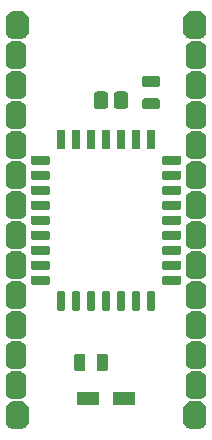
<source format=gts>
G04 #@! TF.GenerationSoftware,KiCad,Pcbnew,(5.1.5-0-10_14)*
G04 #@! TF.CreationDate,2021-04-02T23:53:53-04:00*
G04 #@! TF.ProjectId,GW28R8128,47573238-5238-4313-9238-2e6b69636164,rev?*
G04 #@! TF.SameCoordinates,Original*
G04 #@! TF.FileFunction,Soldermask,Top*
G04 #@! TF.FilePolarity,Negative*
%FSLAX46Y46*%
G04 Gerber Fmt 4.6, Leading zero omitted, Abs format (unit mm)*
G04 Created by KiCad (PCBNEW (5.1.5-0-10_14)) date 2021-04-02 23:53:53*
%MOMM*%
%LPD*%
G04 APERTURE LIST*
%ADD10C,0.100000*%
G04 APERTURE END LIST*
D10*
G36*
X56222404Y-52184695D02*
G01*
X56347257Y-52222568D01*
X56462316Y-52284068D01*
X56563166Y-52366834D01*
X56645932Y-52467684D01*
X56707432Y-52582743D01*
X56745305Y-52707596D01*
X56758400Y-52840547D01*
X56758400Y-53839453D01*
X56745305Y-53972404D01*
X56707432Y-54097257D01*
X56645932Y-54212316D01*
X56563166Y-54313166D01*
X56462316Y-54395932D01*
X56347257Y-54457432D01*
X56222404Y-54495305D01*
X56089453Y-54508400D01*
X55470547Y-54508400D01*
X55337596Y-54495305D01*
X55212743Y-54457432D01*
X55097684Y-54395932D01*
X54996834Y-54313166D01*
X54914068Y-54212316D01*
X54852568Y-54097257D01*
X54814695Y-53972404D01*
X54801600Y-53839453D01*
X54801600Y-52840547D01*
X54814695Y-52707596D01*
X54852568Y-52582743D01*
X54914068Y-52467684D01*
X54996834Y-52366834D01*
X55097684Y-52284068D01*
X55212743Y-52222568D01*
X55337596Y-52184695D01*
X55470547Y-52171600D01*
X56089453Y-52171600D01*
X56222404Y-52184695D01*
G37*
G36*
X41182404Y-52184695D02*
G01*
X41307257Y-52222568D01*
X41422316Y-52284068D01*
X41523166Y-52366834D01*
X41605932Y-52467684D01*
X41667432Y-52582743D01*
X41705305Y-52707596D01*
X41718400Y-52840547D01*
X41718400Y-53839453D01*
X41705305Y-53972404D01*
X41667432Y-54097257D01*
X41605932Y-54212316D01*
X41523166Y-54313166D01*
X41422316Y-54395932D01*
X41307257Y-54457432D01*
X41182404Y-54495305D01*
X41049453Y-54508400D01*
X40430547Y-54508400D01*
X40297596Y-54495305D01*
X40172743Y-54457432D01*
X40057684Y-54395932D01*
X39956834Y-54313166D01*
X39874068Y-54212316D01*
X39812568Y-54097257D01*
X39774695Y-53972404D01*
X39761600Y-53839453D01*
X39761600Y-52840547D01*
X39774695Y-52707596D01*
X39812568Y-52582743D01*
X39874068Y-52467684D01*
X39956834Y-52366834D01*
X40057684Y-52284068D01*
X40172743Y-52222568D01*
X40297596Y-52184695D01*
X40430547Y-52171600D01*
X41049453Y-52171600D01*
X41182404Y-52184695D01*
G37*
G36*
X47662200Y-52469200D02*
G01*
X45809800Y-52469200D01*
X45809800Y-51416800D01*
X47662200Y-51416800D01*
X47662200Y-52469200D01*
G37*
G36*
X50710200Y-52469200D02*
G01*
X48857800Y-52469200D01*
X48857800Y-51416800D01*
X50710200Y-51416800D01*
X50710200Y-52469200D01*
G37*
G36*
X41038748Y-49643350D02*
G01*
X41150469Y-49677239D01*
X41253427Y-49732271D01*
X41343669Y-49806331D01*
X41417729Y-49896573D01*
X41472761Y-49999531D01*
X41506650Y-50111252D01*
X41518400Y-50230547D01*
X41518400Y-51369453D01*
X41506650Y-51488748D01*
X41472761Y-51600469D01*
X41417729Y-51703427D01*
X41343669Y-51793669D01*
X41253427Y-51867729D01*
X41150469Y-51922761D01*
X41038748Y-51956650D01*
X40919453Y-51968400D01*
X40360547Y-51968400D01*
X40241252Y-51956650D01*
X40129531Y-51922761D01*
X40026573Y-51867729D01*
X39936331Y-51793669D01*
X39862271Y-51703427D01*
X39807239Y-51600469D01*
X39773350Y-51488748D01*
X39761600Y-51369453D01*
X39761600Y-50230547D01*
X39773350Y-50111252D01*
X39807239Y-49999531D01*
X39862271Y-49896573D01*
X39936331Y-49806331D01*
X40026573Y-49732271D01*
X40129531Y-49677239D01*
X40241252Y-49643350D01*
X40360547Y-49631600D01*
X40919453Y-49631600D01*
X41038748Y-49643350D01*
G37*
G36*
X56278748Y-49643350D02*
G01*
X56390469Y-49677239D01*
X56493427Y-49732271D01*
X56583669Y-49806331D01*
X56657729Y-49896573D01*
X56712761Y-49999531D01*
X56746650Y-50111252D01*
X56758400Y-50230547D01*
X56758400Y-51369453D01*
X56746650Y-51488748D01*
X56712761Y-51600469D01*
X56657729Y-51703427D01*
X56583669Y-51793669D01*
X56493427Y-51867729D01*
X56390469Y-51922761D01*
X56278748Y-51956650D01*
X56159453Y-51968400D01*
X55600547Y-51968400D01*
X55481252Y-51956650D01*
X55369531Y-51922761D01*
X55266573Y-51867729D01*
X55176331Y-51793669D01*
X55102271Y-51703427D01*
X55047239Y-51600469D01*
X55013350Y-51488748D01*
X55001600Y-51369453D01*
X55001600Y-50230547D01*
X55013350Y-50111252D01*
X55047239Y-49999531D01*
X55102271Y-49896573D01*
X55176331Y-49806331D01*
X55266573Y-49732271D01*
X55369531Y-49677239D01*
X55481252Y-49643350D01*
X55600547Y-49631600D01*
X56159453Y-49631600D01*
X56278748Y-49643350D01*
G37*
G36*
X46349329Y-48149255D02*
G01*
X46387868Y-48160945D01*
X46423388Y-48179931D01*
X46454520Y-48205480D01*
X46480069Y-48236612D01*
X46499055Y-48272132D01*
X46510745Y-48310671D01*
X46515000Y-48353868D01*
X46515000Y-49436132D01*
X46510745Y-49479329D01*
X46499055Y-49517868D01*
X46480069Y-49553388D01*
X46454520Y-49584520D01*
X46423388Y-49610069D01*
X46387868Y-49629055D01*
X46349329Y-49640745D01*
X46306132Y-49645000D01*
X45773868Y-49645000D01*
X45730671Y-49640745D01*
X45692132Y-49629055D01*
X45656612Y-49610069D01*
X45625480Y-49584520D01*
X45599931Y-49553388D01*
X45580945Y-49517868D01*
X45569255Y-49479329D01*
X45565000Y-49436132D01*
X45565000Y-48353868D01*
X45569255Y-48310671D01*
X45580945Y-48272132D01*
X45599931Y-48236612D01*
X45625480Y-48205480D01*
X45656612Y-48179931D01*
X45692132Y-48160945D01*
X45730671Y-48149255D01*
X45773868Y-48145000D01*
X46306132Y-48145000D01*
X46349329Y-48149255D01*
G37*
G36*
X48249329Y-48149255D02*
G01*
X48287868Y-48160945D01*
X48323388Y-48179931D01*
X48354520Y-48205480D01*
X48380069Y-48236612D01*
X48399055Y-48272132D01*
X48410745Y-48310671D01*
X48415000Y-48353868D01*
X48415000Y-49436132D01*
X48410745Y-49479329D01*
X48399055Y-49517868D01*
X48380069Y-49553388D01*
X48354520Y-49584520D01*
X48323388Y-49610069D01*
X48287868Y-49629055D01*
X48249329Y-49640745D01*
X48206132Y-49645000D01*
X47673868Y-49645000D01*
X47630671Y-49640745D01*
X47592132Y-49629055D01*
X47556612Y-49610069D01*
X47525480Y-49584520D01*
X47499931Y-49553388D01*
X47480945Y-49517868D01*
X47469255Y-49479329D01*
X47465000Y-49436132D01*
X47465000Y-48353868D01*
X47469255Y-48310671D01*
X47480945Y-48272132D01*
X47499931Y-48236612D01*
X47525480Y-48205480D01*
X47556612Y-48179931D01*
X47592132Y-48160945D01*
X47630671Y-48149255D01*
X47673868Y-48145000D01*
X48206132Y-48145000D01*
X48249329Y-48149255D01*
G37*
G36*
X56278748Y-47103350D02*
G01*
X56390469Y-47137239D01*
X56493427Y-47192271D01*
X56583669Y-47266331D01*
X56657729Y-47356573D01*
X56712761Y-47459531D01*
X56746650Y-47571252D01*
X56758400Y-47690547D01*
X56758400Y-48829453D01*
X56746650Y-48948748D01*
X56712761Y-49060469D01*
X56657729Y-49163427D01*
X56583669Y-49253669D01*
X56493427Y-49327729D01*
X56390469Y-49382761D01*
X56278748Y-49416650D01*
X56159453Y-49428400D01*
X55600547Y-49428400D01*
X55481252Y-49416650D01*
X55369531Y-49382761D01*
X55266573Y-49327729D01*
X55176331Y-49253669D01*
X55102271Y-49163427D01*
X55047239Y-49060469D01*
X55013350Y-48948748D01*
X55001600Y-48829453D01*
X55001600Y-47690547D01*
X55013350Y-47571252D01*
X55047239Y-47459531D01*
X55102271Y-47356573D01*
X55176331Y-47266331D01*
X55266573Y-47192271D01*
X55369531Y-47137239D01*
X55481252Y-47103350D01*
X55600547Y-47091600D01*
X56159453Y-47091600D01*
X56278748Y-47103350D01*
G37*
G36*
X41038748Y-47103350D02*
G01*
X41150469Y-47137239D01*
X41253427Y-47192271D01*
X41343669Y-47266331D01*
X41417729Y-47356573D01*
X41472761Y-47459531D01*
X41506650Y-47571252D01*
X41518400Y-47690547D01*
X41518400Y-48829453D01*
X41506650Y-48948748D01*
X41472761Y-49060469D01*
X41417729Y-49163427D01*
X41343669Y-49253669D01*
X41253427Y-49327729D01*
X41150469Y-49382761D01*
X41038748Y-49416650D01*
X40919453Y-49428400D01*
X40360547Y-49428400D01*
X40241252Y-49416650D01*
X40129531Y-49382761D01*
X40026573Y-49327729D01*
X39936331Y-49253669D01*
X39862271Y-49163427D01*
X39807239Y-49060469D01*
X39773350Y-48948748D01*
X39761600Y-48829453D01*
X39761600Y-47690547D01*
X39773350Y-47571252D01*
X39807239Y-47459531D01*
X39862271Y-47356573D01*
X39936331Y-47266331D01*
X40026573Y-47192271D01*
X40129531Y-47137239D01*
X40241252Y-47103350D01*
X40360547Y-47091600D01*
X40919453Y-47091600D01*
X41038748Y-47103350D01*
G37*
G36*
X56278748Y-44563350D02*
G01*
X56390469Y-44597239D01*
X56493427Y-44652271D01*
X56583669Y-44726331D01*
X56657729Y-44816573D01*
X56712761Y-44919531D01*
X56746650Y-45031252D01*
X56758400Y-45150547D01*
X56758400Y-46289453D01*
X56746650Y-46408748D01*
X56712761Y-46520469D01*
X56657729Y-46623427D01*
X56583669Y-46713669D01*
X56493427Y-46787729D01*
X56390469Y-46842761D01*
X56278748Y-46876650D01*
X56159453Y-46888400D01*
X55600547Y-46888400D01*
X55481252Y-46876650D01*
X55369531Y-46842761D01*
X55266573Y-46787729D01*
X55176331Y-46713669D01*
X55102271Y-46623427D01*
X55047239Y-46520469D01*
X55013350Y-46408748D01*
X55001600Y-46289453D01*
X55001600Y-45150547D01*
X55013350Y-45031252D01*
X55047239Y-44919531D01*
X55102271Y-44816573D01*
X55176331Y-44726331D01*
X55266573Y-44652271D01*
X55369531Y-44597239D01*
X55481252Y-44563350D01*
X55600547Y-44551600D01*
X56159453Y-44551600D01*
X56278748Y-44563350D01*
G37*
G36*
X41038748Y-44563350D02*
G01*
X41150469Y-44597239D01*
X41253427Y-44652271D01*
X41343669Y-44726331D01*
X41417729Y-44816573D01*
X41472761Y-44919531D01*
X41506650Y-45031252D01*
X41518400Y-45150547D01*
X41518400Y-46289453D01*
X41506650Y-46408748D01*
X41472761Y-46520469D01*
X41417729Y-46623427D01*
X41343669Y-46713669D01*
X41253427Y-46787729D01*
X41150469Y-46842761D01*
X41038748Y-46876650D01*
X40919453Y-46888400D01*
X40360547Y-46888400D01*
X40241252Y-46876650D01*
X40129531Y-46842761D01*
X40026573Y-46787729D01*
X39936331Y-46713669D01*
X39862271Y-46623427D01*
X39807239Y-46520469D01*
X39773350Y-46408748D01*
X39761600Y-46289453D01*
X39761600Y-45150547D01*
X39773350Y-45031252D01*
X39807239Y-44919531D01*
X39862271Y-44816573D01*
X39936331Y-44726331D01*
X40026573Y-44652271D01*
X40129531Y-44597239D01*
X40241252Y-44563350D01*
X40360547Y-44551600D01*
X40919453Y-44551600D01*
X41038748Y-44563350D01*
G37*
G36*
X48510290Y-42857105D02*
G01*
X48539568Y-42865986D01*
X48566545Y-42880406D01*
X48590190Y-42899810D01*
X48609594Y-42923455D01*
X48624014Y-42950432D01*
X48632895Y-42979710D01*
X48636200Y-43013267D01*
X48636200Y-44321733D01*
X48632895Y-44355290D01*
X48624014Y-44384568D01*
X48609594Y-44411545D01*
X48590190Y-44435190D01*
X48566545Y-44454594D01*
X48539568Y-44469014D01*
X48510290Y-44477895D01*
X48476733Y-44481200D01*
X48043267Y-44481200D01*
X48009710Y-44477895D01*
X47980432Y-44469014D01*
X47953455Y-44454594D01*
X47929810Y-44435190D01*
X47910406Y-44411545D01*
X47895986Y-44384568D01*
X47887105Y-44355290D01*
X47883800Y-44321733D01*
X47883800Y-43013267D01*
X47887105Y-42979710D01*
X47895986Y-42950432D01*
X47910406Y-42923455D01*
X47929810Y-42899810D01*
X47953455Y-42880406D01*
X47980432Y-42865986D01*
X48009710Y-42857105D01*
X48043267Y-42853800D01*
X48476733Y-42853800D01*
X48510290Y-42857105D01*
G37*
G36*
X52320290Y-42857105D02*
G01*
X52349568Y-42865986D01*
X52376545Y-42880406D01*
X52400190Y-42899810D01*
X52419594Y-42923455D01*
X52434014Y-42950432D01*
X52442895Y-42979710D01*
X52446200Y-43013267D01*
X52446200Y-44321733D01*
X52442895Y-44355290D01*
X52434014Y-44384568D01*
X52419594Y-44411545D01*
X52400190Y-44435190D01*
X52376545Y-44454594D01*
X52349568Y-44469014D01*
X52320290Y-44477895D01*
X52286733Y-44481200D01*
X51853267Y-44481200D01*
X51819710Y-44477895D01*
X51790432Y-44469014D01*
X51763455Y-44454594D01*
X51739810Y-44435190D01*
X51720406Y-44411545D01*
X51705986Y-44384568D01*
X51697105Y-44355290D01*
X51693800Y-44321733D01*
X51693800Y-43013267D01*
X51697105Y-42979710D01*
X51705986Y-42950432D01*
X51720406Y-42923455D01*
X51739810Y-42899810D01*
X51763455Y-42880406D01*
X51790432Y-42865986D01*
X51819710Y-42857105D01*
X51853267Y-42853800D01*
X52286733Y-42853800D01*
X52320290Y-42857105D01*
G37*
G36*
X44700290Y-42857105D02*
G01*
X44729568Y-42865986D01*
X44756545Y-42880406D01*
X44780190Y-42899810D01*
X44799594Y-42923455D01*
X44814014Y-42950432D01*
X44822895Y-42979710D01*
X44826200Y-43013267D01*
X44826200Y-44321733D01*
X44822895Y-44355290D01*
X44814014Y-44384568D01*
X44799594Y-44411545D01*
X44780190Y-44435190D01*
X44756545Y-44454594D01*
X44729568Y-44469014D01*
X44700290Y-44477895D01*
X44666733Y-44481200D01*
X44233267Y-44481200D01*
X44199710Y-44477895D01*
X44170432Y-44469014D01*
X44143455Y-44454594D01*
X44119810Y-44435190D01*
X44100406Y-44411545D01*
X44085986Y-44384568D01*
X44077105Y-44355290D01*
X44073800Y-44321733D01*
X44073800Y-43013267D01*
X44077105Y-42979710D01*
X44085986Y-42950432D01*
X44100406Y-42923455D01*
X44119810Y-42899810D01*
X44143455Y-42880406D01*
X44170432Y-42865986D01*
X44199710Y-42857105D01*
X44233267Y-42853800D01*
X44666733Y-42853800D01*
X44700290Y-42857105D01*
G37*
G36*
X49780290Y-42857105D02*
G01*
X49809568Y-42865986D01*
X49836545Y-42880406D01*
X49860190Y-42899810D01*
X49879594Y-42923455D01*
X49894014Y-42950432D01*
X49902895Y-42979710D01*
X49906200Y-43013267D01*
X49906200Y-44321733D01*
X49902895Y-44355290D01*
X49894014Y-44384568D01*
X49879594Y-44411545D01*
X49860190Y-44435190D01*
X49836545Y-44454594D01*
X49809568Y-44469014D01*
X49780290Y-44477895D01*
X49746733Y-44481200D01*
X49313267Y-44481200D01*
X49279710Y-44477895D01*
X49250432Y-44469014D01*
X49223455Y-44454594D01*
X49199810Y-44435190D01*
X49180406Y-44411545D01*
X49165986Y-44384568D01*
X49157105Y-44355290D01*
X49153800Y-44321733D01*
X49153800Y-43013267D01*
X49157105Y-42979710D01*
X49165986Y-42950432D01*
X49180406Y-42923455D01*
X49199810Y-42899810D01*
X49223455Y-42880406D01*
X49250432Y-42865986D01*
X49279710Y-42857105D01*
X49313267Y-42853800D01*
X49746733Y-42853800D01*
X49780290Y-42857105D01*
G37*
G36*
X51050290Y-42857105D02*
G01*
X51079568Y-42865986D01*
X51106545Y-42880406D01*
X51130190Y-42899810D01*
X51149594Y-42923455D01*
X51164014Y-42950432D01*
X51172895Y-42979710D01*
X51176200Y-43013267D01*
X51176200Y-44321733D01*
X51172895Y-44355290D01*
X51164014Y-44384568D01*
X51149594Y-44411545D01*
X51130190Y-44435190D01*
X51106545Y-44454594D01*
X51079568Y-44469014D01*
X51050290Y-44477895D01*
X51016733Y-44481200D01*
X50583267Y-44481200D01*
X50549710Y-44477895D01*
X50520432Y-44469014D01*
X50493455Y-44454594D01*
X50469810Y-44435190D01*
X50450406Y-44411545D01*
X50435986Y-44384568D01*
X50427105Y-44355290D01*
X50423800Y-44321733D01*
X50423800Y-43013267D01*
X50427105Y-42979710D01*
X50435986Y-42950432D01*
X50450406Y-42923455D01*
X50469810Y-42899810D01*
X50493455Y-42880406D01*
X50520432Y-42865986D01*
X50549710Y-42857105D01*
X50583267Y-42853800D01*
X51016733Y-42853800D01*
X51050290Y-42857105D01*
G37*
G36*
X45970290Y-42857105D02*
G01*
X45999568Y-42865986D01*
X46026545Y-42880406D01*
X46050190Y-42899810D01*
X46069594Y-42923455D01*
X46084014Y-42950432D01*
X46092895Y-42979710D01*
X46096200Y-43013267D01*
X46096200Y-44321733D01*
X46092895Y-44355290D01*
X46084014Y-44384568D01*
X46069594Y-44411545D01*
X46050190Y-44435190D01*
X46026545Y-44454594D01*
X45999568Y-44469014D01*
X45970290Y-44477895D01*
X45936733Y-44481200D01*
X45503267Y-44481200D01*
X45469710Y-44477895D01*
X45440432Y-44469014D01*
X45413455Y-44454594D01*
X45389810Y-44435190D01*
X45370406Y-44411545D01*
X45355986Y-44384568D01*
X45347105Y-44355290D01*
X45343800Y-44321733D01*
X45343800Y-43013267D01*
X45347105Y-42979710D01*
X45355986Y-42950432D01*
X45370406Y-42923455D01*
X45389810Y-42899810D01*
X45413455Y-42880406D01*
X45440432Y-42865986D01*
X45469710Y-42857105D01*
X45503267Y-42853800D01*
X45936733Y-42853800D01*
X45970290Y-42857105D01*
G37*
G36*
X47240290Y-42857105D02*
G01*
X47269568Y-42865986D01*
X47296545Y-42880406D01*
X47320190Y-42899810D01*
X47339594Y-42923455D01*
X47354014Y-42950432D01*
X47362895Y-42979710D01*
X47366200Y-43013267D01*
X47366200Y-44321733D01*
X47362895Y-44355290D01*
X47354014Y-44384568D01*
X47339594Y-44411545D01*
X47320190Y-44435190D01*
X47296545Y-44454594D01*
X47269568Y-44469014D01*
X47240290Y-44477895D01*
X47206733Y-44481200D01*
X46773267Y-44481200D01*
X46739710Y-44477895D01*
X46710432Y-44469014D01*
X46683455Y-44454594D01*
X46659810Y-44435190D01*
X46640406Y-44411545D01*
X46625986Y-44384568D01*
X46617105Y-44355290D01*
X46613800Y-44321733D01*
X46613800Y-43013267D01*
X46617105Y-42979710D01*
X46625986Y-42950432D01*
X46640406Y-42923455D01*
X46659810Y-42899810D01*
X46683455Y-42880406D01*
X46710432Y-42865986D01*
X46739710Y-42857105D01*
X46773267Y-42853800D01*
X47206733Y-42853800D01*
X47240290Y-42857105D01*
G37*
G36*
X41038748Y-42023350D02*
G01*
X41150469Y-42057239D01*
X41253427Y-42112271D01*
X41343669Y-42186331D01*
X41417729Y-42276573D01*
X41472761Y-42379531D01*
X41506650Y-42491252D01*
X41518400Y-42610547D01*
X41518400Y-43749453D01*
X41506650Y-43868748D01*
X41472761Y-43980469D01*
X41417729Y-44083427D01*
X41343669Y-44173669D01*
X41253427Y-44247729D01*
X41150469Y-44302761D01*
X41038748Y-44336650D01*
X40919453Y-44348400D01*
X40360547Y-44348400D01*
X40241252Y-44336650D01*
X40129531Y-44302761D01*
X40026573Y-44247729D01*
X39936331Y-44173669D01*
X39862271Y-44083427D01*
X39807239Y-43980469D01*
X39773350Y-43868748D01*
X39761600Y-43749453D01*
X39761600Y-42610547D01*
X39773350Y-42491252D01*
X39807239Y-42379531D01*
X39862271Y-42276573D01*
X39936331Y-42186331D01*
X40026573Y-42112271D01*
X40129531Y-42057239D01*
X40241252Y-42023350D01*
X40360547Y-42011600D01*
X40919453Y-42011600D01*
X41038748Y-42023350D01*
G37*
G36*
X56278748Y-42023350D02*
G01*
X56390469Y-42057239D01*
X56493427Y-42112271D01*
X56583669Y-42186331D01*
X56657729Y-42276573D01*
X56712761Y-42379531D01*
X56746650Y-42491252D01*
X56758400Y-42610547D01*
X56758400Y-43749453D01*
X56746650Y-43868748D01*
X56712761Y-43980469D01*
X56657729Y-44083427D01*
X56583669Y-44173669D01*
X56493427Y-44247729D01*
X56390469Y-44302761D01*
X56278748Y-44336650D01*
X56159453Y-44348400D01*
X55600547Y-44348400D01*
X55481252Y-44336650D01*
X55369531Y-44302761D01*
X55266573Y-44247729D01*
X55176331Y-44173669D01*
X55102271Y-44083427D01*
X55047239Y-43980469D01*
X55013350Y-43868748D01*
X55001600Y-43749453D01*
X55001600Y-42610547D01*
X55013350Y-42491252D01*
X55047239Y-42379531D01*
X55102271Y-42276573D01*
X55176331Y-42186331D01*
X55266573Y-42112271D01*
X55369531Y-42057239D01*
X55481252Y-42023350D01*
X55600547Y-42011600D01*
X56159453Y-42011600D01*
X56278748Y-42023350D01*
G37*
G36*
X43385290Y-41537105D02*
G01*
X43414568Y-41545986D01*
X43441545Y-41560406D01*
X43465190Y-41579810D01*
X43484594Y-41603455D01*
X43499014Y-41630432D01*
X43507895Y-41659710D01*
X43511200Y-41693267D01*
X43511200Y-42126733D01*
X43507895Y-42160290D01*
X43499014Y-42189568D01*
X43484594Y-42216545D01*
X43465190Y-42240190D01*
X43441545Y-42259594D01*
X43414568Y-42274014D01*
X43385290Y-42282895D01*
X43351733Y-42286200D01*
X42043267Y-42286200D01*
X42009710Y-42282895D01*
X41980432Y-42274014D01*
X41953455Y-42259594D01*
X41929810Y-42240190D01*
X41910406Y-42216545D01*
X41895986Y-42189568D01*
X41887105Y-42160290D01*
X41883800Y-42126733D01*
X41883800Y-41693267D01*
X41887105Y-41659710D01*
X41895986Y-41630432D01*
X41910406Y-41603455D01*
X41929810Y-41579810D01*
X41953455Y-41560406D01*
X41980432Y-41545986D01*
X42009710Y-41537105D01*
X42043267Y-41533800D01*
X43351733Y-41533800D01*
X43385290Y-41537105D01*
G37*
G36*
X54510290Y-41537105D02*
G01*
X54539568Y-41545986D01*
X54566545Y-41560406D01*
X54590190Y-41579810D01*
X54609594Y-41603455D01*
X54624014Y-41630432D01*
X54632895Y-41659710D01*
X54636200Y-41693267D01*
X54636200Y-42126733D01*
X54632895Y-42160290D01*
X54624014Y-42189568D01*
X54609594Y-42216545D01*
X54590190Y-42240190D01*
X54566545Y-42259594D01*
X54539568Y-42274014D01*
X54510290Y-42282895D01*
X54476733Y-42286200D01*
X53168267Y-42286200D01*
X53134710Y-42282895D01*
X53105432Y-42274014D01*
X53078455Y-42259594D01*
X53054810Y-42240190D01*
X53035406Y-42216545D01*
X53020986Y-42189568D01*
X53012105Y-42160290D01*
X53008800Y-42126733D01*
X53008800Y-41693267D01*
X53012105Y-41659710D01*
X53020986Y-41630432D01*
X53035406Y-41603455D01*
X53054810Y-41579810D01*
X53078455Y-41560406D01*
X53105432Y-41545986D01*
X53134710Y-41537105D01*
X53168267Y-41533800D01*
X54476733Y-41533800D01*
X54510290Y-41537105D01*
G37*
G36*
X41038748Y-39483350D02*
G01*
X41150469Y-39517239D01*
X41253427Y-39572271D01*
X41343669Y-39646331D01*
X41417729Y-39736573D01*
X41472761Y-39839531D01*
X41506650Y-39951252D01*
X41518400Y-40070547D01*
X41518400Y-41209453D01*
X41506650Y-41328748D01*
X41472761Y-41440469D01*
X41417729Y-41543427D01*
X41343669Y-41633669D01*
X41253427Y-41707729D01*
X41150469Y-41762761D01*
X41038748Y-41796650D01*
X40919453Y-41808400D01*
X40360547Y-41808400D01*
X40241252Y-41796650D01*
X40129531Y-41762761D01*
X40026573Y-41707729D01*
X39936331Y-41633669D01*
X39862271Y-41543427D01*
X39807239Y-41440469D01*
X39773350Y-41328748D01*
X39761600Y-41209453D01*
X39761600Y-40070547D01*
X39773350Y-39951252D01*
X39807239Y-39839531D01*
X39862271Y-39736573D01*
X39936331Y-39646331D01*
X40026573Y-39572271D01*
X40129531Y-39517239D01*
X40241252Y-39483350D01*
X40360547Y-39471600D01*
X40919453Y-39471600D01*
X41038748Y-39483350D01*
G37*
G36*
X56278748Y-39483350D02*
G01*
X56390469Y-39517239D01*
X56493427Y-39572271D01*
X56583669Y-39646331D01*
X56657729Y-39736573D01*
X56712761Y-39839531D01*
X56746650Y-39951252D01*
X56758400Y-40070547D01*
X56758400Y-41209453D01*
X56746650Y-41328748D01*
X56712761Y-41440469D01*
X56657729Y-41543427D01*
X56583669Y-41633669D01*
X56493427Y-41707729D01*
X56390469Y-41762761D01*
X56278748Y-41796650D01*
X56159453Y-41808400D01*
X55600547Y-41808400D01*
X55481252Y-41796650D01*
X55369531Y-41762761D01*
X55266573Y-41707729D01*
X55176331Y-41633669D01*
X55102271Y-41543427D01*
X55047239Y-41440469D01*
X55013350Y-41328748D01*
X55001600Y-41209453D01*
X55001600Y-40070547D01*
X55013350Y-39951252D01*
X55047239Y-39839531D01*
X55102271Y-39736573D01*
X55176331Y-39646331D01*
X55266573Y-39572271D01*
X55369531Y-39517239D01*
X55481252Y-39483350D01*
X55600547Y-39471600D01*
X56159453Y-39471600D01*
X56278748Y-39483350D01*
G37*
G36*
X54510290Y-40267105D02*
G01*
X54539568Y-40275986D01*
X54566545Y-40290406D01*
X54590190Y-40309810D01*
X54609594Y-40333455D01*
X54624014Y-40360432D01*
X54632895Y-40389710D01*
X54636200Y-40423267D01*
X54636200Y-40856733D01*
X54632895Y-40890290D01*
X54624014Y-40919568D01*
X54609594Y-40946545D01*
X54590190Y-40970190D01*
X54566545Y-40989594D01*
X54539568Y-41004014D01*
X54510290Y-41012895D01*
X54476733Y-41016200D01*
X53168267Y-41016200D01*
X53134710Y-41012895D01*
X53105432Y-41004014D01*
X53078455Y-40989594D01*
X53054810Y-40970190D01*
X53035406Y-40946545D01*
X53020986Y-40919568D01*
X53012105Y-40890290D01*
X53008800Y-40856733D01*
X53008800Y-40423267D01*
X53012105Y-40389710D01*
X53020986Y-40360432D01*
X53035406Y-40333455D01*
X53054810Y-40309810D01*
X53078455Y-40290406D01*
X53105432Y-40275986D01*
X53134710Y-40267105D01*
X53168267Y-40263800D01*
X54476733Y-40263800D01*
X54510290Y-40267105D01*
G37*
G36*
X43385290Y-40267105D02*
G01*
X43414568Y-40275986D01*
X43441545Y-40290406D01*
X43465190Y-40309810D01*
X43484594Y-40333455D01*
X43499014Y-40360432D01*
X43507895Y-40389710D01*
X43511200Y-40423267D01*
X43511200Y-40856733D01*
X43507895Y-40890290D01*
X43499014Y-40919568D01*
X43484594Y-40946545D01*
X43465190Y-40970190D01*
X43441545Y-40989594D01*
X43414568Y-41004014D01*
X43385290Y-41012895D01*
X43351733Y-41016200D01*
X42043267Y-41016200D01*
X42009710Y-41012895D01*
X41980432Y-41004014D01*
X41953455Y-40989594D01*
X41929810Y-40970190D01*
X41910406Y-40946545D01*
X41895986Y-40919568D01*
X41887105Y-40890290D01*
X41883800Y-40856733D01*
X41883800Y-40423267D01*
X41887105Y-40389710D01*
X41895986Y-40360432D01*
X41910406Y-40333455D01*
X41929810Y-40309810D01*
X41953455Y-40290406D01*
X41980432Y-40275986D01*
X42009710Y-40267105D01*
X42043267Y-40263800D01*
X43351733Y-40263800D01*
X43385290Y-40267105D01*
G37*
G36*
X54510290Y-38997105D02*
G01*
X54539568Y-39005986D01*
X54566545Y-39020406D01*
X54590190Y-39039810D01*
X54609594Y-39063455D01*
X54624014Y-39090432D01*
X54632895Y-39119710D01*
X54636200Y-39153267D01*
X54636200Y-39586733D01*
X54632895Y-39620290D01*
X54624014Y-39649568D01*
X54609594Y-39676545D01*
X54590190Y-39700190D01*
X54566545Y-39719594D01*
X54539568Y-39734014D01*
X54510290Y-39742895D01*
X54476733Y-39746200D01*
X53168267Y-39746200D01*
X53134710Y-39742895D01*
X53105432Y-39734014D01*
X53078455Y-39719594D01*
X53054810Y-39700190D01*
X53035406Y-39676545D01*
X53020986Y-39649568D01*
X53012105Y-39620290D01*
X53008800Y-39586733D01*
X53008800Y-39153267D01*
X53012105Y-39119710D01*
X53020986Y-39090432D01*
X53035406Y-39063455D01*
X53054810Y-39039810D01*
X53078455Y-39020406D01*
X53105432Y-39005986D01*
X53134710Y-38997105D01*
X53168267Y-38993800D01*
X54476733Y-38993800D01*
X54510290Y-38997105D01*
G37*
G36*
X43385290Y-38997105D02*
G01*
X43414568Y-39005986D01*
X43441545Y-39020406D01*
X43465190Y-39039810D01*
X43484594Y-39063455D01*
X43499014Y-39090432D01*
X43507895Y-39119710D01*
X43511200Y-39153267D01*
X43511200Y-39586733D01*
X43507895Y-39620290D01*
X43499014Y-39649568D01*
X43484594Y-39676545D01*
X43465190Y-39700190D01*
X43441545Y-39719594D01*
X43414568Y-39734014D01*
X43385290Y-39742895D01*
X43351733Y-39746200D01*
X42043267Y-39746200D01*
X42009710Y-39742895D01*
X41980432Y-39734014D01*
X41953455Y-39719594D01*
X41929810Y-39700190D01*
X41910406Y-39676545D01*
X41895986Y-39649568D01*
X41887105Y-39620290D01*
X41883800Y-39586733D01*
X41883800Y-39153267D01*
X41887105Y-39119710D01*
X41895986Y-39090432D01*
X41910406Y-39063455D01*
X41929810Y-39039810D01*
X41953455Y-39020406D01*
X41980432Y-39005986D01*
X42009710Y-38997105D01*
X42043267Y-38993800D01*
X43351733Y-38993800D01*
X43385290Y-38997105D01*
G37*
G36*
X56278748Y-36943350D02*
G01*
X56390469Y-36977239D01*
X56493427Y-37032271D01*
X56583669Y-37106331D01*
X56657729Y-37196573D01*
X56712761Y-37299531D01*
X56746650Y-37411252D01*
X56758400Y-37530547D01*
X56758400Y-38669453D01*
X56746650Y-38788748D01*
X56712761Y-38900469D01*
X56657729Y-39003427D01*
X56583669Y-39093669D01*
X56493427Y-39167729D01*
X56390469Y-39222761D01*
X56278748Y-39256650D01*
X56159453Y-39268400D01*
X55600547Y-39268400D01*
X55481252Y-39256650D01*
X55369531Y-39222761D01*
X55266573Y-39167729D01*
X55176331Y-39093669D01*
X55102271Y-39003427D01*
X55047239Y-38900469D01*
X55013350Y-38788748D01*
X55001600Y-38669453D01*
X55001600Y-37530547D01*
X55013350Y-37411252D01*
X55047239Y-37299531D01*
X55102271Y-37196573D01*
X55176331Y-37106331D01*
X55266573Y-37032271D01*
X55369531Y-36977239D01*
X55481252Y-36943350D01*
X55600547Y-36931600D01*
X56159453Y-36931600D01*
X56278748Y-36943350D01*
G37*
G36*
X41038748Y-36943350D02*
G01*
X41150469Y-36977239D01*
X41253427Y-37032271D01*
X41343669Y-37106331D01*
X41417729Y-37196573D01*
X41472761Y-37299531D01*
X41506650Y-37411252D01*
X41518400Y-37530547D01*
X41518400Y-38669453D01*
X41506650Y-38788748D01*
X41472761Y-38900469D01*
X41417729Y-39003427D01*
X41343669Y-39093669D01*
X41253427Y-39167729D01*
X41150469Y-39222761D01*
X41038748Y-39256650D01*
X40919453Y-39268400D01*
X40360547Y-39268400D01*
X40241252Y-39256650D01*
X40129531Y-39222761D01*
X40026573Y-39167729D01*
X39936331Y-39093669D01*
X39862271Y-39003427D01*
X39807239Y-38900469D01*
X39773350Y-38788748D01*
X39761600Y-38669453D01*
X39761600Y-37530547D01*
X39773350Y-37411252D01*
X39807239Y-37299531D01*
X39862271Y-37196573D01*
X39936331Y-37106331D01*
X40026573Y-37032271D01*
X40129531Y-36977239D01*
X40241252Y-36943350D01*
X40360547Y-36931600D01*
X40919453Y-36931600D01*
X41038748Y-36943350D01*
G37*
G36*
X54510290Y-37727105D02*
G01*
X54539568Y-37735986D01*
X54566545Y-37750406D01*
X54590190Y-37769810D01*
X54609594Y-37793455D01*
X54624014Y-37820432D01*
X54632895Y-37849710D01*
X54636200Y-37883267D01*
X54636200Y-38316733D01*
X54632895Y-38350290D01*
X54624014Y-38379568D01*
X54609594Y-38406545D01*
X54590190Y-38430190D01*
X54566545Y-38449594D01*
X54539568Y-38464014D01*
X54510290Y-38472895D01*
X54476733Y-38476200D01*
X53168267Y-38476200D01*
X53134710Y-38472895D01*
X53105432Y-38464014D01*
X53078455Y-38449594D01*
X53054810Y-38430190D01*
X53035406Y-38406545D01*
X53020986Y-38379568D01*
X53012105Y-38350290D01*
X53008800Y-38316733D01*
X53008800Y-37883267D01*
X53012105Y-37849710D01*
X53020986Y-37820432D01*
X53035406Y-37793455D01*
X53054810Y-37769810D01*
X53078455Y-37750406D01*
X53105432Y-37735986D01*
X53134710Y-37727105D01*
X53168267Y-37723800D01*
X54476733Y-37723800D01*
X54510290Y-37727105D01*
G37*
G36*
X43385290Y-37727105D02*
G01*
X43414568Y-37735986D01*
X43441545Y-37750406D01*
X43465190Y-37769810D01*
X43484594Y-37793455D01*
X43499014Y-37820432D01*
X43507895Y-37849710D01*
X43511200Y-37883267D01*
X43511200Y-38316733D01*
X43507895Y-38350290D01*
X43499014Y-38379568D01*
X43484594Y-38406545D01*
X43465190Y-38430190D01*
X43441545Y-38449594D01*
X43414568Y-38464014D01*
X43385290Y-38472895D01*
X43351733Y-38476200D01*
X42043267Y-38476200D01*
X42009710Y-38472895D01*
X41980432Y-38464014D01*
X41953455Y-38449594D01*
X41929810Y-38430190D01*
X41910406Y-38406545D01*
X41895986Y-38379568D01*
X41887105Y-38350290D01*
X41883800Y-38316733D01*
X41883800Y-37883267D01*
X41887105Y-37849710D01*
X41895986Y-37820432D01*
X41910406Y-37793455D01*
X41929810Y-37769810D01*
X41953455Y-37750406D01*
X41980432Y-37735986D01*
X42009710Y-37727105D01*
X42043267Y-37723800D01*
X43351733Y-37723800D01*
X43385290Y-37727105D01*
G37*
G36*
X43385290Y-36457105D02*
G01*
X43414568Y-36465986D01*
X43441545Y-36480406D01*
X43465190Y-36499810D01*
X43484594Y-36523455D01*
X43499014Y-36550432D01*
X43507895Y-36579710D01*
X43511200Y-36613267D01*
X43511200Y-37046733D01*
X43507895Y-37080290D01*
X43499014Y-37109568D01*
X43484594Y-37136545D01*
X43465190Y-37160190D01*
X43441545Y-37179594D01*
X43414568Y-37194014D01*
X43385290Y-37202895D01*
X43351733Y-37206200D01*
X42043267Y-37206200D01*
X42009710Y-37202895D01*
X41980432Y-37194014D01*
X41953455Y-37179594D01*
X41929810Y-37160190D01*
X41910406Y-37136545D01*
X41895986Y-37109568D01*
X41887105Y-37080290D01*
X41883800Y-37046733D01*
X41883800Y-36613267D01*
X41887105Y-36579710D01*
X41895986Y-36550432D01*
X41910406Y-36523455D01*
X41929810Y-36499810D01*
X41953455Y-36480406D01*
X41980432Y-36465986D01*
X42009710Y-36457105D01*
X42043267Y-36453800D01*
X43351733Y-36453800D01*
X43385290Y-36457105D01*
G37*
G36*
X54510290Y-36457105D02*
G01*
X54539568Y-36465986D01*
X54566545Y-36480406D01*
X54590190Y-36499810D01*
X54609594Y-36523455D01*
X54624014Y-36550432D01*
X54632895Y-36579710D01*
X54636200Y-36613267D01*
X54636200Y-37046733D01*
X54632895Y-37080290D01*
X54624014Y-37109568D01*
X54609594Y-37136545D01*
X54590190Y-37160190D01*
X54566545Y-37179594D01*
X54539568Y-37194014D01*
X54510290Y-37202895D01*
X54476733Y-37206200D01*
X53168267Y-37206200D01*
X53134710Y-37202895D01*
X53105432Y-37194014D01*
X53078455Y-37179594D01*
X53054810Y-37160190D01*
X53035406Y-37136545D01*
X53020986Y-37109568D01*
X53012105Y-37080290D01*
X53008800Y-37046733D01*
X53008800Y-36613267D01*
X53012105Y-36579710D01*
X53020986Y-36550432D01*
X53035406Y-36523455D01*
X53054810Y-36499810D01*
X53078455Y-36480406D01*
X53105432Y-36465986D01*
X53134710Y-36457105D01*
X53168267Y-36453800D01*
X54476733Y-36453800D01*
X54510290Y-36457105D01*
G37*
G36*
X56278748Y-34403350D02*
G01*
X56390469Y-34437239D01*
X56493427Y-34492271D01*
X56583669Y-34566331D01*
X56657729Y-34656573D01*
X56712761Y-34759531D01*
X56746650Y-34871252D01*
X56758400Y-34990547D01*
X56758400Y-36129453D01*
X56746650Y-36248748D01*
X56712761Y-36360469D01*
X56657729Y-36463427D01*
X56583669Y-36553669D01*
X56493427Y-36627729D01*
X56390469Y-36682761D01*
X56278748Y-36716650D01*
X56159453Y-36728400D01*
X55600547Y-36728400D01*
X55481252Y-36716650D01*
X55369531Y-36682761D01*
X55266573Y-36627729D01*
X55176331Y-36553669D01*
X55102271Y-36463427D01*
X55047239Y-36360469D01*
X55013350Y-36248748D01*
X55001600Y-36129453D01*
X55001600Y-34990547D01*
X55013350Y-34871252D01*
X55047239Y-34759531D01*
X55102271Y-34656573D01*
X55176331Y-34566331D01*
X55266573Y-34492271D01*
X55369531Y-34437239D01*
X55481252Y-34403350D01*
X55600547Y-34391600D01*
X56159453Y-34391600D01*
X56278748Y-34403350D01*
G37*
G36*
X41038748Y-34403350D02*
G01*
X41150469Y-34437239D01*
X41253427Y-34492271D01*
X41343669Y-34566331D01*
X41417729Y-34656573D01*
X41472761Y-34759531D01*
X41506650Y-34871252D01*
X41518400Y-34990547D01*
X41518400Y-36129453D01*
X41506650Y-36248748D01*
X41472761Y-36360469D01*
X41417729Y-36463427D01*
X41343669Y-36553669D01*
X41253427Y-36627729D01*
X41150469Y-36682761D01*
X41038748Y-36716650D01*
X40919453Y-36728400D01*
X40360547Y-36728400D01*
X40241252Y-36716650D01*
X40129531Y-36682761D01*
X40026573Y-36627729D01*
X39936331Y-36553669D01*
X39862271Y-36463427D01*
X39807239Y-36360469D01*
X39773350Y-36248748D01*
X39761600Y-36129453D01*
X39761600Y-34990547D01*
X39773350Y-34871252D01*
X39807239Y-34759531D01*
X39862271Y-34656573D01*
X39936331Y-34566331D01*
X40026573Y-34492271D01*
X40129531Y-34437239D01*
X40241252Y-34403350D01*
X40360547Y-34391600D01*
X40919453Y-34391600D01*
X41038748Y-34403350D01*
G37*
G36*
X43385290Y-35187105D02*
G01*
X43414568Y-35195986D01*
X43441545Y-35210406D01*
X43465190Y-35229810D01*
X43484594Y-35253455D01*
X43499014Y-35280432D01*
X43507895Y-35309710D01*
X43511200Y-35343267D01*
X43511200Y-35776733D01*
X43507895Y-35810290D01*
X43499014Y-35839568D01*
X43484594Y-35866545D01*
X43465190Y-35890190D01*
X43441545Y-35909594D01*
X43414568Y-35924014D01*
X43385290Y-35932895D01*
X43351733Y-35936200D01*
X42043267Y-35936200D01*
X42009710Y-35932895D01*
X41980432Y-35924014D01*
X41953455Y-35909594D01*
X41929810Y-35890190D01*
X41910406Y-35866545D01*
X41895986Y-35839568D01*
X41887105Y-35810290D01*
X41883800Y-35776733D01*
X41883800Y-35343267D01*
X41887105Y-35309710D01*
X41895986Y-35280432D01*
X41910406Y-35253455D01*
X41929810Y-35229810D01*
X41953455Y-35210406D01*
X41980432Y-35195986D01*
X42009710Y-35187105D01*
X42043267Y-35183800D01*
X43351733Y-35183800D01*
X43385290Y-35187105D01*
G37*
G36*
X54510290Y-35187105D02*
G01*
X54539568Y-35195986D01*
X54566545Y-35210406D01*
X54590190Y-35229810D01*
X54609594Y-35253455D01*
X54624014Y-35280432D01*
X54632895Y-35309710D01*
X54636200Y-35343267D01*
X54636200Y-35776733D01*
X54632895Y-35810290D01*
X54624014Y-35839568D01*
X54609594Y-35866545D01*
X54590190Y-35890190D01*
X54566545Y-35909594D01*
X54539568Y-35924014D01*
X54510290Y-35932895D01*
X54476733Y-35936200D01*
X53168267Y-35936200D01*
X53134710Y-35932895D01*
X53105432Y-35924014D01*
X53078455Y-35909594D01*
X53054810Y-35890190D01*
X53035406Y-35866545D01*
X53020986Y-35839568D01*
X53012105Y-35810290D01*
X53008800Y-35776733D01*
X53008800Y-35343267D01*
X53012105Y-35309710D01*
X53020986Y-35280432D01*
X53035406Y-35253455D01*
X53054810Y-35229810D01*
X53078455Y-35210406D01*
X53105432Y-35195986D01*
X53134710Y-35187105D01*
X53168267Y-35183800D01*
X54476733Y-35183800D01*
X54510290Y-35187105D01*
G37*
G36*
X43385290Y-33917105D02*
G01*
X43414568Y-33925986D01*
X43441545Y-33940406D01*
X43465190Y-33959810D01*
X43484594Y-33983455D01*
X43499014Y-34010432D01*
X43507895Y-34039710D01*
X43511200Y-34073267D01*
X43511200Y-34506733D01*
X43507895Y-34540290D01*
X43499014Y-34569568D01*
X43484594Y-34596545D01*
X43465190Y-34620190D01*
X43441545Y-34639594D01*
X43414568Y-34654014D01*
X43385290Y-34662895D01*
X43351733Y-34666200D01*
X42043267Y-34666200D01*
X42009710Y-34662895D01*
X41980432Y-34654014D01*
X41953455Y-34639594D01*
X41929810Y-34620190D01*
X41910406Y-34596545D01*
X41895986Y-34569568D01*
X41887105Y-34540290D01*
X41883800Y-34506733D01*
X41883800Y-34073267D01*
X41887105Y-34039710D01*
X41895986Y-34010432D01*
X41910406Y-33983455D01*
X41929810Y-33959810D01*
X41953455Y-33940406D01*
X41980432Y-33925986D01*
X42009710Y-33917105D01*
X42043267Y-33913800D01*
X43351733Y-33913800D01*
X43385290Y-33917105D01*
G37*
G36*
X54510290Y-33917105D02*
G01*
X54539568Y-33925986D01*
X54566545Y-33940406D01*
X54590190Y-33959810D01*
X54609594Y-33983455D01*
X54624014Y-34010432D01*
X54632895Y-34039710D01*
X54636200Y-34073267D01*
X54636200Y-34506733D01*
X54632895Y-34540290D01*
X54624014Y-34569568D01*
X54609594Y-34596545D01*
X54590190Y-34620190D01*
X54566545Y-34639594D01*
X54539568Y-34654014D01*
X54510290Y-34662895D01*
X54476733Y-34666200D01*
X53168267Y-34666200D01*
X53134710Y-34662895D01*
X53105432Y-34654014D01*
X53078455Y-34639594D01*
X53054810Y-34620190D01*
X53035406Y-34596545D01*
X53020986Y-34569568D01*
X53012105Y-34540290D01*
X53008800Y-34506733D01*
X53008800Y-34073267D01*
X53012105Y-34039710D01*
X53020986Y-34010432D01*
X53035406Y-33983455D01*
X53054810Y-33959810D01*
X53078455Y-33940406D01*
X53105432Y-33925986D01*
X53134710Y-33917105D01*
X53168267Y-33913800D01*
X54476733Y-33913800D01*
X54510290Y-33917105D01*
G37*
G36*
X56278748Y-31863350D02*
G01*
X56390469Y-31897239D01*
X56493427Y-31952271D01*
X56583669Y-32026331D01*
X56657729Y-32116573D01*
X56712761Y-32219531D01*
X56746650Y-32331252D01*
X56758400Y-32450547D01*
X56758400Y-33589453D01*
X56746650Y-33708748D01*
X56712761Y-33820469D01*
X56657729Y-33923427D01*
X56583669Y-34013669D01*
X56493427Y-34087729D01*
X56390469Y-34142761D01*
X56278748Y-34176650D01*
X56159453Y-34188400D01*
X55600547Y-34188400D01*
X55481252Y-34176650D01*
X55369531Y-34142761D01*
X55266573Y-34087729D01*
X55176331Y-34013669D01*
X55102271Y-33923427D01*
X55047239Y-33820469D01*
X55013350Y-33708748D01*
X55001600Y-33589453D01*
X55001600Y-32450547D01*
X55013350Y-32331252D01*
X55047239Y-32219531D01*
X55102271Y-32116573D01*
X55176331Y-32026331D01*
X55266573Y-31952271D01*
X55369531Y-31897239D01*
X55481252Y-31863350D01*
X55600547Y-31851600D01*
X56159453Y-31851600D01*
X56278748Y-31863350D01*
G37*
G36*
X41038748Y-31863350D02*
G01*
X41150469Y-31897239D01*
X41253427Y-31952271D01*
X41343669Y-32026331D01*
X41417729Y-32116573D01*
X41472761Y-32219531D01*
X41506650Y-32331252D01*
X41518400Y-32450547D01*
X41518400Y-33589453D01*
X41506650Y-33708748D01*
X41472761Y-33820469D01*
X41417729Y-33923427D01*
X41343669Y-34013669D01*
X41253427Y-34087729D01*
X41150469Y-34142761D01*
X41038748Y-34176650D01*
X40919453Y-34188400D01*
X40360547Y-34188400D01*
X40241252Y-34176650D01*
X40129531Y-34142761D01*
X40026573Y-34087729D01*
X39936331Y-34013669D01*
X39862271Y-33923427D01*
X39807239Y-33820469D01*
X39773350Y-33708748D01*
X39761600Y-33589453D01*
X39761600Y-32450547D01*
X39773350Y-32331252D01*
X39807239Y-32219531D01*
X39862271Y-32116573D01*
X39936331Y-32026331D01*
X40026573Y-31952271D01*
X40129531Y-31897239D01*
X40241252Y-31863350D01*
X40360547Y-31851600D01*
X40919453Y-31851600D01*
X41038748Y-31863350D01*
G37*
G36*
X43385290Y-32647105D02*
G01*
X43414568Y-32655986D01*
X43441545Y-32670406D01*
X43465190Y-32689810D01*
X43484594Y-32713455D01*
X43499014Y-32740432D01*
X43507895Y-32769710D01*
X43511200Y-32803267D01*
X43511200Y-33236733D01*
X43507895Y-33270290D01*
X43499014Y-33299568D01*
X43484594Y-33326545D01*
X43465190Y-33350190D01*
X43441545Y-33369594D01*
X43414568Y-33384014D01*
X43385290Y-33392895D01*
X43351733Y-33396200D01*
X42043267Y-33396200D01*
X42009710Y-33392895D01*
X41980432Y-33384014D01*
X41953455Y-33369594D01*
X41929810Y-33350190D01*
X41910406Y-33326545D01*
X41895986Y-33299568D01*
X41887105Y-33270290D01*
X41883800Y-33236733D01*
X41883800Y-32803267D01*
X41887105Y-32769710D01*
X41895986Y-32740432D01*
X41910406Y-32713455D01*
X41929810Y-32689810D01*
X41953455Y-32670406D01*
X41980432Y-32655986D01*
X42009710Y-32647105D01*
X42043267Y-32643800D01*
X43351733Y-32643800D01*
X43385290Y-32647105D01*
G37*
G36*
X54510290Y-32647105D02*
G01*
X54539568Y-32655986D01*
X54566545Y-32670406D01*
X54590190Y-32689810D01*
X54609594Y-32713455D01*
X54624014Y-32740432D01*
X54632895Y-32769710D01*
X54636200Y-32803267D01*
X54636200Y-33236733D01*
X54632895Y-33270290D01*
X54624014Y-33299568D01*
X54609594Y-33326545D01*
X54590190Y-33350190D01*
X54566545Y-33369594D01*
X54539568Y-33384014D01*
X54510290Y-33392895D01*
X54476733Y-33396200D01*
X53168267Y-33396200D01*
X53134710Y-33392895D01*
X53105432Y-33384014D01*
X53078455Y-33369594D01*
X53054810Y-33350190D01*
X53035406Y-33326545D01*
X53020986Y-33299568D01*
X53012105Y-33270290D01*
X53008800Y-33236733D01*
X53008800Y-32803267D01*
X53012105Y-32769710D01*
X53020986Y-32740432D01*
X53035406Y-32713455D01*
X53054810Y-32689810D01*
X53078455Y-32670406D01*
X53105432Y-32655986D01*
X53134710Y-32647105D01*
X53168267Y-32643800D01*
X54476733Y-32643800D01*
X54510290Y-32647105D01*
G37*
G36*
X43385290Y-31377105D02*
G01*
X43414568Y-31385986D01*
X43441545Y-31400406D01*
X43465190Y-31419810D01*
X43484594Y-31443455D01*
X43499014Y-31470432D01*
X43507895Y-31499710D01*
X43511200Y-31533267D01*
X43511200Y-31966733D01*
X43507895Y-32000290D01*
X43499014Y-32029568D01*
X43484594Y-32056545D01*
X43465190Y-32080190D01*
X43441545Y-32099594D01*
X43414568Y-32114014D01*
X43385290Y-32122895D01*
X43351733Y-32126200D01*
X42043267Y-32126200D01*
X42009710Y-32122895D01*
X41980432Y-32114014D01*
X41953455Y-32099594D01*
X41929810Y-32080190D01*
X41910406Y-32056545D01*
X41895986Y-32029568D01*
X41887105Y-32000290D01*
X41883800Y-31966733D01*
X41883800Y-31533267D01*
X41887105Y-31499710D01*
X41895986Y-31470432D01*
X41910406Y-31443455D01*
X41929810Y-31419810D01*
X41953455Y-31400406D01*
X41980432Y-31385986D01*
X42009710Y-31377105D01*
X42043267Y-31373800D01*
X43351733Y-31373800D01*
X43385290Y-31377105D01*
G37*
G36*
X54510290Y-31377105D02*
G01*
X54539568Y-31385986D01*
X54566545Y-31400406D01*
X54590190Y-31419810D01*
X54609594Y-31443455D01*
X54624014Y-31470432D01*
X54632895Y-31499710D01*
X54636200Y-31533267D01*
X54636200Y-31966733D01*
X54632895Y-32000290D01*
X54624014Y-32029568D01*
X54609594Y-32056545D01*
X54590190Y-32080190D01*
X54566545Y-32099594D01*
X54539568Y-32114014D01*
X54510290Y-32122895D01*
X54476733Y-32126200D01*
X53168267Y-32126200D01*
X53134710Y-32122895D01*
X53105432Y-32114014D01*
X53078455Y-32099594D01*
X53054810Y-32080190D01*
X53035406Y-32056545D01*
X53020986Y-32029568D01*
X53012105Y-32000290D01*
X53008800Y-31966733D01*
X53008800Y-31533267D01*
X53012105Y-31499710D01*
X53020986Y-31470432D01*
X53035406Y-31443455D01*
X53054810Y-31419810D01*
X53078455Y-31400406D01*
X53105432Y-31385986D01*
X53134710Y-31377105D01*
X53168267Y-31373800D01*
X54476733Y-31373800D01*
X54510290Y-31377105D01*
G37*
G36*
X56278748Y-29323350D02*
G01*
X56390469Y-29357239D01*
X56493427Y-29412271D01*
X56583669Y-29486331D01*
X56657729Y-29576573D01*
X56712761Y-29679531D01*
X56746650Y-29791252D01*
X56758400Y-29910547D01*
X56758400Y-31049453D01*
X56746650Y-31168748D01*
X56712761Y-31280469D01*
X56657729Y-31383427D01*
X56583669Y-31473669D01*
X56493427Y-31547729D01*
X56390469Y-31602761D01*
X56278748Y-31636650D01*
X56159453Y-31648400D01*
X55600547Y-31648400D01*
X55481252Y-31636650D01*
X55369531Y-31602761D01*
X55266573Y-31547729D01*
X55176331Y-31473669D01*
X55102271Y-31383427D01*
X55047239Y-31280469D01*
X55013350Y-31168748D01*
X55001600Y-31049453D01*
X55001600Y-29910547D01*
X55013350Y-29791252D01*
X55047239Y-29679531D01*
X55102271Y-29576573D01*
X55176331Y-29486331D01*
X55266573Y-29412271D01*
X55369531Y-29357239D01*
X55481252Y-29323350D01*
X55600547Y-29311600D01*
X56159453Y-29311600D01*
X56278748Y-29323350D01*
G37*
G36*
X41038748Y-29323350D02*
G01*
X41150469Y-29357239D01*
X41253427Y-29412271D01*
X41343669Y-29486331D01*
X41417729Y-29576573D01*
X41472761Y-29679531D01*
X41506650Y-29791252D01*
X41518400Y-29910547D01*
X41518400Y-31049453D01*
X41506650Y-31168748D01*
X41472761Y-31280469D01*
X41417729Y-31383427D01*
X41343669Y-31473669D01*
X41253427Y-31547729D01*
X41150469Y-31602761D01*
X41038748Y-31636650D01*
X40919453Y-31648400D01*
X40360547Y-31648400D01*
X40241252Y-31636650D01*
X40129531Y-31602761D01*
X40026573Y-31547729D01*
X39936331Y-31473669D01*
X39862271Y-31383427D01*
X39807239Y-31280469D01*
X39773350Y-31168748D01*
X39761600Y-31049453D01*
X39761600Y-29910547D01*
X39773350Y-29791252D01*
X39807239Y-29679531D01*
X39862271Y-29576573D01*
X39936331Y-29486331D01*
X40026573Y-29412271D01*
X40129531Y-29357239D01*
X40241252Y-29323350D01*
X40360547Y-29311600D01*
X40919453Y-29311600D01*
X41038748Y-29323350D01*
G37*
G36*
X51050290Y-29182105D02*
G01*
X51079568Y-29190986D01*
X51106545Y-29205406D01*
X51130190Y-29224810D01*
X51149594Y-29248455D01*
X51164014Y-29275432D01*
X51172895Y-29304710D01*
X51176200Y-29338267D01*
X51176200Y-30646733D01*
X51172895Y-30680290D01*
X51164014Y-30709568D01*
X51149594Y-30736545D01*
X51130190Y-30760190D01*
X51106545Y-30779594D01*
X51079568Y-30794014D01*
X51050290Y-30802895D01*
X51016733Y-30806200D01*
X50583267Y-30806200D01*
X50549710Y-30802895D01*
X50520432Y-30794014D01*
X50493455Y-30779594D01*
X50469810Y-30760190D01*
X50450406Y-30736545D01*
X50435986Y-30709568D01*
X50427105Y-30680290D01*
X50423800Y-30646733D01*
X50423800Y-29338267D01*
X50427105Y-29304710D01*
X50435986Y-29275432D01*
X50450406Y-29248455D01*
X50469810Y-29224810D01*
X50493455Y-29205406D01*
X50520432Y-29190986D01*
X50549710Y-29182105D01*
X50583267Y-29178800D01*
X51016733Y-29178800D01*
X51050290Y-29182105D01*
G37*
G36*
X47240290Y-29182105D02*
G01*
X47269568Y-29190986D01*
X47296545Y-29205406D01*
X47320190Y-29224810D01*
X47339594Y-29248455D01*
X47354014Y-29275432D01*
X47362895Y-29304710D01*
X47366200Y-29338267D01*
X47366200Y-30646733D01*
X47362895Y-30680290D01*
X47354014Y-30709568D01*
X47339594Y-30736545D01*
X47320190Y-30760190D01*
X47296545Y-30779594D01*
X47269568Y-30794014D01*
X47240290Y-30802895D01*
X47206733Y-30806200D01*
X46773267Y-30806200D01*
X46739710Y-30802895D01*
X46710432Y-30794014D01*
X46683455Y-30779594D01*
X46659810Y-30760190D01*
X46640406Y-30736545D01*
X46625986Y-30709568D01*
X46617105Y-30680290D01*
X46613800Y-30646733D01*
X46613800Y-29338267D01*
X46617105Y-29304710D01*
X46625986Y-29275432D01*
X46640406Y-29248455D01*
X46659810Y-29224810D01*
X46683455Y-29205406D01*
X46710432Y-29190986D01*
X46739710Y-29182105D01*
X46773267Y-29178800D01*
X47206733Y-29178800D01*
X47240290Y-29182105D01*
G37*
G36*
X45970290Y-29182105D02*
G01*
X45999568Y-29190986D01*
X46026545Y-29205406D01*
X46050190Y-29224810D01*
X46069594Y-29248455D01*
X46084014Y-29275432D01*
X46092895Y-29304710D01*
X46096200Y-29338267D01*
X46096200Y-30646733D01*
X46092895Y-30680290D01*
X46084014Y-30709568D01*
X46069594Y-30736545D01*
X46050190Y-30760190D01*
X46026545Y-30779594D01*
X45999568Y-30794014D01*
X45970290Y-30802895D01*
X45936733Y-30806200D01*
X45503267Y-30806200D01*
X45469710Y-30802895D01*
X45440432Y-30794014D01*
X45413455Y-30779594D01*
X45389810Y-30760190D01*
X45370406Y-30736545D01*
X45355986Y-30709568D01*
X45347105Y-30680290D01*
X45343800Y-30646733D01*
X45343800Y-29338267D01*
X45347105Y-29304710D01*
X45355986Y-29275432D01*
X45370406Y-29248455D01*
X45389810Y-29224810D01*
X45413455Y-29205406D01*
X45440432Y-29190986D01*
X45469710Y-29182105D01*
X45503267Y-29178800D01*
X45936733Y-29178800D01*
X45970290Y-29182105D01*
G37*
G36*
X52320290Y-29182105D02*
G01*
X52349568Y-29190986D01*
X52376545Y-29205406D01*
X52400190Y-29224810D01*
X52419594Y-29248455D01*
X52434014Y-29275432D01*
X52442895Y-29304710D01*
X52446200Y-29338267D01*
X52446200Y-30646733D01*
X52442895Y-30680290D01*
X52434014Y-30709568D01*
X52419594Y-30736545D01*
X52400190Y-30760190D01*
X52376545Y-30779594D01*
X52349568Y-30794014D01*
X52320290Y-30802895D01*
X52286733Y-30806200D01*
X51853267Y-30806200D01*
X51819710Y-30802895D01*
X51790432Y-30794014D01*
X51763455Y-30779594D01*
X51739810Y-30760190D01*
X51720406Y-30736545D01*
X51705986Y-30709568D01*
X51697105Y-30680290D01*
X51693800Y-30646733D01*
X51693800Y-29338267D01*
X51697105Y-29304710D01*
X51705986Y-29275432D01*
X51720406Y-29248455D01*
X51739810Y-29224810D01*
X51763455Y-29205406D01*
X51790432Y-29190986D01*
X51819710Y-29182105D01*
X51853267Y-29178800D01*
X52286733Y-29178800D01*
X52320290Y-29182105D01*
G37*
G36*
X49780290Y-29182105D02*
G01*
X49809568Y-29190986D01*
X49836545Y-29205406D01*
X49860190Y-29224810D01*
X49879594Y-29248455D01*
X49894014Y-29275432D01*
X49902895Y-29304710D01*
X49906200Y-29338267D01*
X49906200Y-30646733D01*
X49902895Y-30680290D01*
X49894014Y-30709568D01*
X49879594Y-30736545D01*
X49860190Y-30760190D01*
X49836545Y-30779594D01*
X49809568Y-30794014D01*
X49780290Y-30802895D01*
X49746733Y-30806200D01*
X49313267Y-30806200D01*
X49279710Y-30802895D01*
X49250432Y-30794014D01*
X49223455Y-30779594D01*
X49199810Y-30760190D01*
X49180406Y-30736545D01*
X49165986Y-30709568D01*
X49157105Y-30680290D01*
X49153800Y-30646733D01*
X49153800Y-29338267D01*
X49157105Y-29304710D01*
X49165986Y-29275432D01*
X49180406Y-29248455D01*
X49199810Y-29224810D01*
X49223455Y-29205406D01*
X49250432Y-29190986D01*
X49279710Y-29182105D01*
X49313267Y-29178800D01*
X49746733Y-29178800D01*
X49780290Y-29182105D01*
G37*
G36*
X48510290Y-29182105D02*
G01*
X48539568Y-29190986D01*
X48566545Y-29205406D01*
X48590190Y-29224810D01*
X48609594Y-29248455D01*
X48624014Y-29275432D01*
X48632895Y-29304710D01*
X48636200Y-29338267D01*
X48636200Y-30646733D01*
X48632895Y-30680290D01*
X48624014Y-30709568D01*
X48609594Y-30736545D01*
X48590190Y-30760190D01*
X48566545Y-30779594D01*
X48539568Y-30794014D01*
X48510290Y-30802895D01*
X48476733Y-30806200D01*
X48043267Y-30806200D01*
X48009710Y-30802895D01*
X47980432Y-30794014D01*
X47953455Y-30779594D01*
X47929810Y-30760190D01*
X47910406Y-30736545D01*
X47895986Y-30709568D01*
X47887105Y-30680290D01*
X47883800Y-30646733D01*
X47883800Y-29338267D01*
X47887105Y-29304710D01*
X47895986Y-29275432D01*
X47910406Y-29248455D01*
X47929810Y-29224810D01*
X47953455Y-29205406D01*
X47980432Y-29190986D01*
X48009710Y-29182105D01*
X48043267Y-29178800D01*
X48476733Y-29178800D01*
X48510290Y-29182105D01*
G37*
G36*
X44700290Y-29182105D02*
G01*
X44729568Y-29190986D01*
X44756545Y-29205406D01*
X44780190Y-29224810D01*
X44799594Y-29248455D01*
X44814014Y-29275432D01*
X44822895Y-29304710D01*
X44826200Y-29338267D01*
X44826200Y-30646733D01*
X44822895Y-30680290D01*
X44814014Y-30709568D01*
X44799594Y-30736545D01*
X44780190Y-30760190D01*
X44756545Y-30779594D01*
X44729568Y-30794014D01*
X44700290Y-30802895D01*
X44666733Y-30806200D01*
X44233267Y-30806200D01*
X44199710Y-30802895D01*
X44170432Y-30794014D01*
X44143455Y-30779594D01*
X44119810Y-30760190D01*
X44100406Y-30736545D01*
X44085986Y-30709568D01*
X44077105Y-30680290D01*
X44073800Y-30646733D01*
X44073800Y-29338267D01*
X44077105Y-29304710D01*
X44085986Y-29275432D01*
X44100406Y-29248455D01*
X44119810Y-29224810D01*
X44143455Y-29205406D01*
X44170432Y-29190986D01*
X44199710Y-29182105D01*
X44233267Y-29178800D01*
X44666733Y-29178800D01*
X44700290Y-29182105D01*
G37*
G36*
X56278748Y-26783350D02*
G01*
X56390469Y-26817239D01*
X56493427Y-26872271D01*
X56583669Y-26946331D01*
X56657729Y-27036573D01*
X56712761Y-27139531D01*
X56746650Y-27251252D01*
X56758400Y-27370547D01*
X56758400Y-28509453D01*
X56746650Y-28628748D01*
X56712761Y-28740469D01*
X56657729Y-28843427D01*
X56583669Y-28933669D01*
X56493427Y-29007729D01*
X56390469Y-29062761D01*
X56278748Y-29096650D01*
X56159453Y-29108400D01*
X55600547Y-29108400D01*
X55481252Y-29096650D01*
X55369531Y-29062761D01*
X55266573Y-29007729D01*
X55176331Y-28933669D01*
X55102271Y-28843427D01*
X55047239Y-28740469D01*
X55013350Y-28628748D01*
X55001600Y-28509453D01*
X55001600Y-27370547D01*
X55013350Y-27251252D01*
X55047239Y-27139531D01*
X55102271Y-27036573D01*
X55176331Y-26946331D01*
X55266573Y-26872271D01*
X55369531Y-26817239D01*
X55481252Y-26783350D01*
X55600547Y-26771600D01*
X56159453Y-26771600D01*
X56278748Y-26783350D01*
G37*
G36*
X41038748Y-26783350D02*
G01*
X41150469Y-26817239D01*
X41253427Y-26872271D01*
X41343669Y-26946331D01*
X41417729Y-27036573D01*
X41472761Y-27139531D01*
X41506650Y-27251252D01*
X41518400Y-27370547D01*
X41518400Y-28509453D01*
X41506650Y-28628748D01*
X41472761Y-28740469D01*
X41417729Y-28843427D01*
X41343669Y-28933669D01*
X41253427Y-29007729D01*
X41150469Y-29062761D01*
X41038748Y-29096650D01*
X40919453Y-29108400D01*
X40360547Y-29108400D01*
X40241252Y-29096650D01*
X40129531Y-29062761D01*
X40026573Y-29007729D01*
X39936331Y-28933669D01*
X39862271Y-28843427D01*
X39807239Y-28740469D01*
X39773350Y-28628748D01*
X39761600Y-28509453D01*
X39761600Y-27370547D01*
X39773350Y-27251252D01*
X39807239Y-27139531D01*
X39862271Y-27036573D01*
X39936331Y-26946331D01*
X40026573Y-26872271D01*
X40129531Y-26817239D01*
X40241252Y-26783350D01*
X40360547Y-26771600D01*
X40919453Y-26771600D01*
X41038748Y-26783350D01*
G37*
G36*
X52654329Y-26514255D02*
G01*
X52692868Y-26525945D01*
X52728388Y-26544931D01*
X52759520Y-26570480D01*
X52785069Y-26601612D01*
X52804055Y-26637132D01*
X52815745Y-26675671D01*
X52820000Y-26718868D01*
X52820000Y-27251132D01*
X52815745Y-27294329D01*
X52804055Y-27332868D01*
X52785069Y-27368388D01*
X52759520Y-27399520D01*
X52728388Y-27425069D01*
X52692868Y-27444055D01*
X52654329Y-27455745D01*
X52611132Y-27460000D01*
X51528868Y-27460000D01*
X51485671Y-27455745D01*
X51447132Y-27444055D01*
X51411612Y-27425069D01*
X51380480Y-27399520D01*
X51354931Y-27368388D01*
X51335945Y-27332868D01*
X51324255Y-27294329D01*
X51320000Y-27251132D01*
X51320000Y-26718868D01*
X51324255Y-26675671D01*
X51335945Y-26637132D01*
X51354931Y-26601612D01*
X51380480Y-26570480D01*
X51411612Y-26544931D01*
X51447132Y-26525945D01*
X51485671Y-26514255D01*
X51528868Y-26510000D01*
X52611132Y-26510000D01*
X52654329Y-26514255D01*
G37*
G36*
X48199082Y-25925215D02*
G01*
X48247006Y-25939752D01*
X48291168Y-25963357D01*
X48329876Y-25995124D01*
X48361643Y-26033832D01*
X48385248Y-26077994D01*
X48399785Y-26125918D01*
X48405000Y-26178867D01*
X48405000Y-27161133D01*
X48399785Y-27214082D01*
X48385248Y-27262006D01*
X48361643Y-27306168D01*
X48329876Y-27344876D01*
X48291168Y-27376643D01*
X48247006Y-27400248D01*
X48199082Y-27414785D01*
X48146133Y-27420000D01*
X47513867Y-27420000D01*
X47460918Y-27414785D01*
X47412994Y-27400248D01*
X47368832Y-27376643D01*
X47330124Y-27344876D01*
X47298357Y-27306168D01*
X47274752Y-27262006D01*
X47260215Y-27214082D01*
X47255000Y-27161133D01*
X47255000Y-26178867D01*
X47260215Y-26125918D01*
X47274752Y-26077994D01*
X47298357Y-26033832D01*
X47330124Y-25995124D01*
X47368832Y-25963357D01*
X47412994Y-25939752D01*
X47460918Y-25925215D01*
X47513867Y-25920000D01*
X48146133Y-25920000D01*
X48199082Y-25925215D01*
G37*
G36*
X49899082Y-25925215D02*
G01*
X49947006Y-25939752D01*
X49991168Y-25963357D01*
X50029876Y-25995124D01*
X50061643Y-26033832D01*
X50085248Y-26077994D01*
X50099785Y-26125918D01*
X50105000Y-26178867D01*
X50105000Y-27161133D01*
X50099785Y-27214082D01*
X50085248Y-27262006D01*
X50061643Y-27306168D01*
X50029876Y-27344876D01*
X49991168Y-27376643D01*
X49947006Y-27400248D01*
X49899082Y-27414785D01*
X49846133Y-27420000D01*
X49213867Y-27420000D01*
X49160918Y-27414785D01*
X49112994Y-27400248D01*
X49068832Y-27376643D01*
X49030124Y-27344876D01*
X48998357Y-27306168D01*
X48974752Y-27262006D01*
X48960215Y-27214082D01*
X48955000Y-27161133D01*
X48955000Y-26178867D01*
X48960215Y-26125918D01*
X48974752Y-26077994D01*
X48998357Y-26033832D01*
X49030124Y-25995124D01*
X49068832Y-25963357D01*
X49112994Y-25939752D01*
X49160918Y-25925215D01*
X49213867Y-25920000D01*
X49846133Y-25920000D01*
X49899082Y-25925215D01*
G37*
G36*
X41038748Y-24243350D02*
G01*
X41150469Y-24277239D01*
X41253427Y-24332271D01*
X41343669Y-24406331D01*
X41417729Y-24496573D01*
X41472761Y-24599531D01*
X41506650Y-24711252D01*
X41518400Y-24830547D01*
X41518400Y-25969453D01*
X41506650Y-26088748D01*
X41472761Y-26200469D01*
X41417729Y-26303427D01*
X41343669Y-26393669D01*
X41253427Y-26467729D01*
X41150469Y-26522761D01*
X41038748Y-26556650D01*
X40919453Y-26568400D01*
X40360547Y-26568400D01*
X40241252Y-26556650D01*
X40129531Y-26522761D01*
X40026573Y-26467729D01*
X39936331Y-26393669D01*
X39862271Y-26303427D01*
X39807239Y-26200469D01*
X39773350Y-26088748D01*
X39761600Y-25969453D01*
X39761600Y-24830547D01*
X39773350Y-24711252D01*
X39807239Y-24599531D01*
X39862271Y-24496573D01*
X39936331Y-24406331D01*
X40026573Y-24332271D01*
X40129531Y-24277239D01*
X40241252Y-24243350D01*
X40360547Y-24231600D01*
X40919453Y-24231600D01*
X41038748Y-24243350D01*
G37*
G36*
X56278748Y-24243350D02*
G01*
X56390469Y-24277239D01*
X56493427Y-24332271D01*
X56583669Y-24406331D01*
X56657729Y-24496573D01*
X56712761Y-24599531D01*
X56746650Y-24711252D01*
X56758400Y-24830547D01*
X56758400Y-25969453D01*
X56746650Y-26088748D01*
X56712761Y-26200469D01*
X56657729Y-26303427D01*
X56583669Y-26393669D01*
X56493427Y-26467729D01*
X56390469Y-26522761D01*
X56278748Y-26556650D01*
X56159453Y-26568400D01*
X55600547Y-26568400D01*
X55481252Y-26556650D01*
X55369531Y-26522761D01*
X55266573Y-26467729D01*
X55176331Y-26393669D01*
X55102271Y-26303427D01*
X55047239Y-26200469D01*
X55013350Y-26088748D01*
X55001600Y-25969453D01*
X55001600Y-24830547D01*
X55013350Y-24711252D01*
X55047239Y-24599531D01*
X55102271Y-24496573D01*
X55176331Y-24406331D01*
X55266573Y-24332271D01*
X55369531Y-24277239D01*
X55481252Y-24243350D01*
X55600547Y-24231600D01*
X56159453Y-24231600D01*
X56278748Y-24243350D01*
G37*
G36*
X52654329Y-24614255D02*
G01*
X52692868Y-24625945D01*
X52728388Y-24644931D01*
X52759520Y-24670480D01*
X52785069Y-24701612D01*
X52804055Y-24737132D01*
X52815745Y-24775671D01*
X52820000Y-24818868D01*
X52820000Y-25351132D01*
X52815745Y-25394329D01*
X52804055Y-25432868D01*
X52785069Y-25468388D01*
X52759520Y-25499520D01*
X52728388Y-25525069D01*
X52692868Y-25544055D01*
X52654329Y-25555745D01*
X52611132Y-25560000D01*
X51528868Y-25560000D01*
X51485671Y-25555745D01*
X51447132Y-25544055D01*
X51411612Y-25525069D01*
X51380480Y-25499520D01*
X51354931Y-25468388D01*
X51335945Y-25432868D01*
X51324255Y-25394329D01*
X51320000Y-25351132D01*
X51320000Y-24818868D01*
X51324255Y-24775671D01*
X51335945Y-24737132D01*
X51354931Y-24701612D01*
X51380480Y-24670480D01*
X51411612Y-24644931D01*
X51447132Y-24625945D01*
X51485671Y-24614255D01*
X51528868Y-24610000D01*
X52611132Y-24610000D01*
X52654329Y-24614255D01*
G37*
G36*
X41038748Y-21703350D02*
G01*
X41150469Y-21737239D01*
X41253427Y-21792271D01*
X41343669Y-21866331D01*
X41417729Y-21956573D01*
X41472761Y-22059531D01*
X41506650Y-22171252D01*
X41518400Y-22290547D01*
X41518400Y-23429453D01*
X41506650Y-23548748D01*
X41472761Y-23660469D01*
X41417729Y-23763427D01*
X41343669Y-23853669D01*
X41253427Y-23927729D01*
X41150469Y-23982761D01*
X41038748Y-24016650D01*
X40919453Y-24028400D01*
X40360547Y-24028400D01*
X40241252Y-24016650D01*
X40129531Y-23982761D01*
X40026573Y-23927729D01*
X39936331Y-23853669D01*
X39862271Y-23763427D01*
X39807239Y-23660469D01*
X39773350Y-23548748D01*
X39761600Y-23429453D01*
X39761600Y-22290547D01*
X39773350Y-22171252D01*
X39807239Y-22059531D01*
X39862271Y-21956573D01*
X39936331Y-21866331D01*
X40026573Y-21792271D01*
X40129531Y-21737239D01*
X40241252Y-21703350D01*
X40360547Y-21691600D01*
X40919453Y-21691600D01*
X41038748Y-21703350D01*
G37*
G36*
X56278748Y-21703350D02*
G01*
X56390469Y-21737239D01*
X56493427Y-21792271D01*
X56583669Y-21866331D01*
X56657729Y-21956573D01*
X56712761Y-22059531D01*
X56746650Y-22171252D01*
X56758400Y-22290547D01*
X56758400Y-23429453D01*
X56746650Y-23548748D01*
X56712761Y-23660469D01*
X56657729Y-23763427D01*
X56583669Y-23853669D01*
X56493427Y-23927729D01*
X56390469Y-23982761D01*
X56278748Y-24016650D01*
X56159453Y-24028400D01*
X55600547Y-24028400D01*
X55481252Y-24016650D01*
X55369531Y-23982761D01*
X55266573Y-23927729D01*
X55176331Y-23853669D01*
X55102271Y-23763427D01*
X55047239Y-23660469D01*
X55013350Y-23548748D01*
X55001600Y-23429453D01*
X55001600Y-22290547D01*
X55013350Y-22171252D01*
X55047239Y-22059531D01*
X55102271Y-21956573D01*
X55176331Y-21866331D01*
X55266573Y-21792271D01*
X55369531Y-21737239D01*
X55481252Y-21703350D01*
X55600547Y-21691600D01*
X56159453Y-21691600D01*
X56278748Y-21703350D01*
G37*
G36*
X41182404Y-19164695D02*
G01*
X41307257Y-19202568D01*
X41422316Y-19264068D01*
X41523166Y-19346834D01*
X41605932Y-19447684D01*
X41667432Y-19562743D01*
X41705305Y-19687596D01*
X41718400Y-19820547D01*
X41718400Y-20819453D01*
X41705305Y-20952404D01*
X41667432Y-21077257D01*
X41605932Y-21192316D01*
X41523166Y-21293166D01*
X41422316Y-21375932D01*
X41307257Y-21437432D01*
X41182404Y-21475305D01*
X41049453Y-21488400D01*
X40430547Y-21488400D01*
X40297596Y-21475305D01*
X40172743Y-21437432D01*
X40057684Y-21375932D01*
X39956834Y-21293166D01*
X39874068Y-21192316D01*
X39812568Y-21077257D01*
X39774695Y-20952404D01*
X39761600Y-20819453D01*
X39761600Y-19820547D01*
X39774695Y-19687596D01*
X39812568Y-19562743D01*
X39874068Y-19447684D01*
X39956834Y-19346834D01*
X40057684Y-19264068D01*
X40172743Y-19202568D01*
X40297596Y-19164695D01*
X40430547Y-19151600D01*
X41049453Y-19151600D01*
X41182404Y-19164695D01*
G37*
G36*
X56222404Y-19164695D02*
G01*
X56347257Y-19202568D01*
X56462316Y-19264068D01*
X56563166Y-19346834D01*
X56645932Y-19447684D01*
X56707432Y-19562743D01*
X56745305Y-19687596D01*
X56758400Y-19820547D01*
X56758400Y-20819453D01*
X56745305Y-20952404D01*
X56707432Y-21077257D01*
X56645932Y-21192316D01*
X56563166Y-21293166D01*
X56462316Y-21375932D01*
X56347257Y-21437432D01*
X56222404Y-21475305D01*
X56089453Y-21488400D01*
X55470547Y-21488400D01*
X55337596Y-21475305D01*
X55212743Y-21437432D01*
X55097684Y-21375932D01*
X54996834Y-21293166D01*
X54914068Y-21192316D01*
X54852568Y-21077257D01*
X54814695Y-20952404D01*
X54801600Y-20819453D01*
X54801600Y-19820547D01*
X54814695Y-19687596D01*
X54852568Y-19562743D01*
X54914068Y-19447684D01*
X54996834Y-19346834D01*
X55097684Y-19264068D01*
X55212743Y-19202568D01*
X55337596Y-19164695D01*
X55470547Y-19151600D01*
X56089453Y-19151600D01*
X56222404Y-19164695D01*
G37*
M02*

</source>
